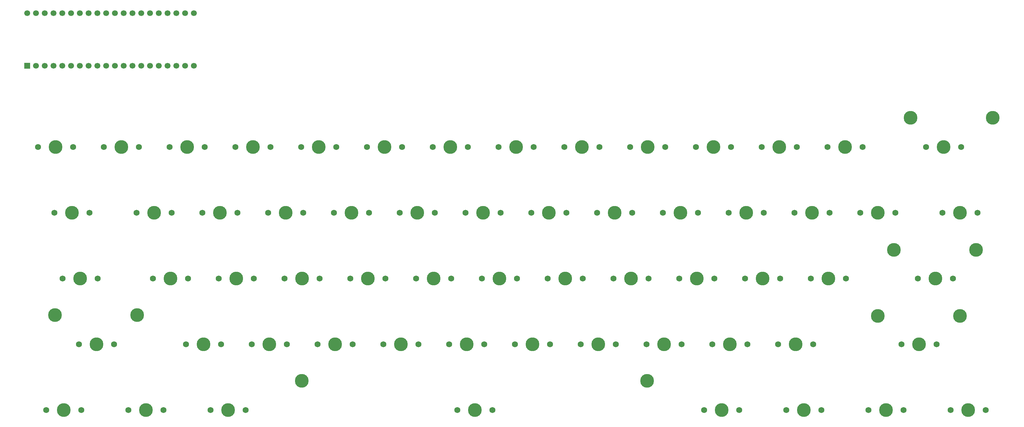
<source format=gbr>
%TF.GenerationSoftware,KiCad,Pcbnew,9.0.3*%
%TF.CreationDate,2025-08-13T20:15:07-07:00*%
%TF.ProjectId,keyboardpls,6b657962-6f61-4726-9470-6c732e6b6963,rev?*%
%TF.SameCoordinates,Original*%
%TF.FileFunction,Soldermask,Top*%
%TF.FilePolarity,Negative*%
%FSLAX46Y46*%
G04 Gerber Fmt 4.6, Leading zero omitted, Abs format (unit mm)*
G04 Created by KiCad (PCBNEW 9.0.3) date 2025-08-13 20:15:07*
%MOMM*%
%LPD*%
G01*
G04 APERTURE LIST*
%ADD10C,1.750000*%
%ADD11C,3.987800*%
%ADD12R,1.700000X1.700000*%
%ADD13C,1.700000*%
G04 APERTURE END LIST*
D10*
%TO.C,MX41*%
X329962650Y-157207700D03*
D11*
X335042650Y-157207700D03*
D10*
X340122650Y-157207700D03*
%TD*%
%TO.C,MX23*%
X237093900Y-138157700D03*
D11*
X242173900Y-138157700D03*
D10*
X247253900Y-138157700D03*
%TD*%
%TO.C,MX36*%
X222806400Y-157207700D03*
D11*
X227886400Y-157207700D03*
D10*
X232966400Y-157207700D03*
%TD*%
%TO.C,MX3*%
X113268900Y-119107700D03*
D11*
X118348900Y-119107700D03*
D10*
X123428900Y-119107700D03*
%TD*%
%TO.C,MX37*%
X241856400Y-157207700D03*
D11*
X246936400Y-157207700D03*
D10*
X252016400Y-157207700D03*
%TD*%
%TO.C,MX14*%
X332343900Y-119107700D03*
D11*
X337423900Y-119107700D03*
D10*
X342503900Y-119107700D03*
%TD*%
%TO.C,MX53*%
X325200150Y-176257700D03*
D11*
X330280150Y-176257700D03*
D10*
X335360150Y-176257700D03*
%TD*%
%TO.C,MX56*%
X125175150Y-195307700D03*
D11*
X130255150Y-195307700D03*
D10*
X135335150Y-195307700D03*
%TD*%
%TO.C,MX40*%
X299006400Y-157207700D03*
D11*
X304086400Y-157207700D03*
D10*
X309166400Y-157207700D03*
%TD*%
%TO.C,MX33*%
X165656400Y-157207700D03*
D11*
X170736400Y-157207700D03*
D10*
X175816400Y-157207700D03*
%TD*%
%TO.C,MX47*%
X194231400Y-176257700D03*
D11*
X199311400Y-176257700D03*
D10*
X204391400Y-176257700D03*
%TD*%
%TO.C,MX16*%
X103743900Y-138157700D03*
D11*
X108823900Y-138157700D03*
D10*
X113903900Y-138157700D03*
%TD*%
%TO.C,MX59*%
X291862650Y-195307700D03*
D11*
X296942650Y-195307700D03*
D10*
X302022650Y-195307700D03*
%TD*%
D11*
%TO.C,RightShiftStab1*%
X342166400Y-168097700D03*
X318353900Y-168097700D03*
%TD*%
D10*
%TO.C,MX18*%
X141843900Y-138157700D03*
D11*
X146923900Y-138157700D03*
D10*
X152003900Y-138157700D03*
%TD*%
D11*
%TO.C,BackSpaceStab1*%
X346829000Y-148957200D03*
X323016500Y-148957200D03*
%TD*%
%TO.C,LeftShiftStab1*%
X103924700Y-167850600D03*
X80112200Y-167850600D03*
%TD*%
D10*
%TO.C,MX11*%
X265668900Y-119107700D03*
D11*
X270748900Y-119107700D03*
D10*
X275828900Y-119107700D03*
%TD*%
%TO.C,MX12*%
X284718900Y-119107700D03*
D11*
X289798900Y-119107700D03*
D10*
X294878900Y-119107700D03*
%TD*%
%TO.C,MX31*%
X127556400Y-157207700D03*
D11*
X132636400Y-157207700D03*
D10*
X137716400Y-157207700D03*
%TD*%
%TO.C,MX30*%
X108506400Y-157207700D03*
D11*
X113586400Y-157207700D03*
D10*
X118666400Y-157207700D03*
%TD*%
%TO.C,MX49*%
X232331400Y-176257700D03*
D11*
X237411400Y-176257700D03*
D10*
X242491400Y-176257700D03*
%TD*%
%TO.C,MX57*%
X196612650Y-195307700D03*
D11*
X201692650Y-195307700D03*
D10*
X206772650Y-195307700D03*
%TD*%
%TO.C,MX52*%
X289481400Y-176257700D03*
D11*
X294561400Y-176257700D03*
D10*
X299641400Y-176257700D03*
%TD*%
D11*
%TO.C,SpaceStab1*%
X251566700Y-186901800D03*
X151554200Y-186901800D03*
%TD*%
D10*
%TO.C,MX10*%
X246618900Y-119107700D03*
D11*
X251698900Y-119107700D03*
D10*
X256778900Y-119107700D03*
%TD*%
%TO.C,MX54*%
X77550150Y-195307700D03*
D11*
X82630150Y-195307700D03*
D10*
X87710150Y-195307700D03*
%TD*%
%TO.C,MX35*%
X203756400Y-157207700D03*
D11*
X208836400Y-157207700D03*
D10*
X213916400Y-157207700D03*
%TD*%
%TO.C,MX9*%
X227568900Y-119107700D03*
D11*
X232648900Y-119107700D03*
D10*
X237728900Y-119107700D03*
%TD*%
%TO.C,MX32*%
X146606400Y-157207700D03*
D11*
X151686400Y-157207700D03*
D10*
X156766400Y-157207700D03*
%TD*%
%TO.C,MX19*%
X160893900Y-138157700D03*
D11*
X165973900Y-138157700D03*
D10*
X171053900Y-138157700D03*
%TD*%
%TO.C,MX43*%
X118031400Y-176257700D03*
D11*
X123111400Y-176257700D03*
D10*
X128191400Y-176257700D03*
%TD*%
D11*
%TO.C,EnterStab1*%
X351685000Y-110697000D03*
X327872500Y-110697000D03*
%TD*%
D10*
%TO.C,MX2*%
X94218900Y-119107700D03*
D11*
X99298900Y-119107700D03*
D10*
X104378900Y-119107700D03*
%TD*%
%TO.C,MX42*%
X87075150Y-176257700D03*
D11*
X92155150Y-176257700D03*
D10*
X97235150Y-176257700D03*
%TD*%
%TO.C,MX60*%
X315675150Y-195307700D03*
D11*
X320755150Y-195307700D03*
D10*
X325835150Y-195307700D03*
%TD*%
%TO.C,MX21*%
X198993900Y-138157700D03*
D11*
X204073900Y-138157700D03*
D10*
X209153900Y-138157700D03*
%TD*%
%TO.C,MX34*%
X184706400Y-157207700D03*
D11*
X189786400Y-157207700D03*
D10*
X194866400Y-157207700D03*
%TD*%
%TO.C,MX27*%
X313293900Y-138157700D03*
D11*
X318373900Y-138157700D03*
D10*
X323453900Y-138157700D03*
%TD*%
%TO.C,MX28*%
X337106400Y-138157700D03*
D11*
X342186400Y-138157700D03*
D10*
X347266400Y-138157700D03*
%TD*%
%TO.C,MX58*%
X268050150Y-195307700D03*
D11*
X273130150Y-195307700D03*
D10*
X278210150Y-195307700D03*
%TD*%
%TO.C,MX5*%
X151368900Y-119107700D03*
D11*
X156448900Y-119107700D03*
D10*
X161528900Y-119107700D03*
%TD*%
%TO.C,MX38*%
X260906400Y-157207700D03*
D11*
X265986400Y-157207700D03*
D10*
X271066400Y-157207700D03*
%TD*%
%TO.C,MX61*%
X339487650Y-195307700D03*
D11*
X344567650Y-195307700D03*
D10*
X349647650Y-195307700D03*
%TD*%
%TO.C,MX24*%
X256143900Y-138157700D03*
D11*
X261223900Y-138157700D03*
D10*
X266303900Y-138157700D03*
%TD*%
%TO.C,MX48*%
X213281400Y-176257700D03*
D11*
X218361400Y-176257700D03*
D10*
X223441400Y-176257700D03*
%TD*%
%TO.C,MX44*%
X137081400Y-176257700D03*
D11*
X142161400Y-176257700D03*
D10*
X147241400Y-176257700D03*
%TD*%
%TO.C,MX1*%
X75168900Y-119107700D03*
D11*
X80248900Y-119107700D03*
D10*
X85328900Y-119107700D03*
%TD*%
%TO.C,MX20*%
X179943900Y-138157700D03*
D11*
X185023900Y-138157700D03*
D10*
X190103900Y-138157700D03*
%TD*%
%TO.C,MX4*%
X132318900Y-119107700D03*
D11*
X137398900Y-119107700D03*
D10*
X142478900Y-119107700D03*
%TD*%
%TO.C,MX8*%
X208518900Y-119107700D03*
D11*
X213598900Y-119107700D03*
D10*
X218678900Y-119107700D03*
%TD*%
%TO.C,MX55*%
X101362650Y-195307700D03*
D11*
X106442650Y-195307700D03*
D10*
X111522650Y-195307700D03*
%TD*%
%TO.C,MX7*%
X189468900Y-119107700D03*
D11*
X194548900Y-119107700D03*
D10*
X199628900Y-119107700D03*
%TD*%
%TO.C,MX22*%
X218043900Y-138157700D03*
D11*
X223123900Y-138157700D03*
D10*
X228203900Y-138157700D03*
%TD*%
%TO.C,MX13*%
X303768900Y-119107700D03*
D11*
X308848900Y-119107700D03*
D10*
X313928900Y-119107700D03*
%TD*%
%TO.C,MX51*%
X270431400Y-176257700D03*
D11*
X275511400Y-176257700D03*
D10*
X280591400Y-176257700D03*
%TD*%
%TO.C,MX50*%
X251381400Y-176257700D03*
D11*
X256461400Y-176257700D03*
D10*
X261541400Y-176257700D03*
%TD*%
%TO.C,MX29*%
X82312650Y-157207700D03*
D11*
X87392650Y-157207700D03*
D10*
X92472650Y-157207700D03*
%TD*%
%TO.C,MX39*%
X279956400Y-157207700D03*
D11*
X285036400Y-157207700D03*
D10*
X290116400Y-157207700D03*
%TD*%
%TO.C,MX15*%
X79931400Y-138157700D03*
D11*
X85011400Y-138157700D03*
D10*
X90091400Y-138157700D03*
%TD*%
%TO.C,MX45*%
X156131400Y-176257700D03*
D11*
X161211400Y-176257700D03*
D10*
X166291400Y-176257700D03*
%TD*%
%TO.C,MX17*%
X122793900Y-138157700D03*
D11*
X127873900Y-138157700D03*
D10*
X132953900Y-138157700D03*
%TD*%
%TO.C,MX6*%
X170418900Y-119107700D03*
D11*
X175498900Y-119107700D03*
D10*
X180578900Y-119107700D03*
%TD*%
%TO.C,MX26*%
X294243900Y-138157700D03*
D11*
X299323900Y-138157700D03*
D10*
X304403900Y-138157700D03*
%TD*%
%TO.C,MX46*%
X175181400Y-176257700D03*
D11*
X180261400Y-176257700D03*
D10*
X185341400Y-176257700D03*
%TD*%
%TO.C,MX25*%
X275193900Y-138157700D03*
D11*
X280273900Y-138157700D03*
D10*
X285353900Y-138157700D03*
%TD*%
D12*
%TO.C,U4*%
X72112500Y-95590000D03*
D13*
X74652500Y-95590000D03*
X77192500Y-95590000D03*
X79732500Y-95590000D03*
X82272500Y-95590000D03*
X84812500Y-95590000D03*
X87352500Y-95590000D03*
X89892500Y-95590000D03*
X92432500Y-95590000D03*
X94972500Y-95590000D03*
X97512500Y-95590000D03*
X100052500Y-95590000D03*
X102592500Y-95590000D03*
X105132500Y-95590000D03*
X107672500Y-95590000D03*
X110212500Y-95590000D03*
X112752500Y-95590000D03*
X115292500Y-95590000D03*
X117832500Y-95590000D03*
X120372500Y-95590000D03*
X120372500Y-80350000D03*
X117832500Y-80350000D03*
X115292500Y-80350000D03*
X112752500Y-80350000D03*
X110212500Y-80350000D03*
X107672500Y-80350000D03*
X105132500Y-80350000D03*
X102592500Y-80350000D03*
X100052500Y-80350000D03*
X97512500Y-80350000D03*
X94972500Y-80350000D03*
X92432500Y-80350000D03*
X89892500Y-80350000D03*
X87352500Y-80350000D03*
X84812500Y-80350000D03*
X82272500Y-80350000D03*
X79732500Y-80350000D03*
X77192500Y-80350000D03*
X74652500Y-80350000D03*
X72112500Y-80350000D03*
%TD*%
M02*

</source>
